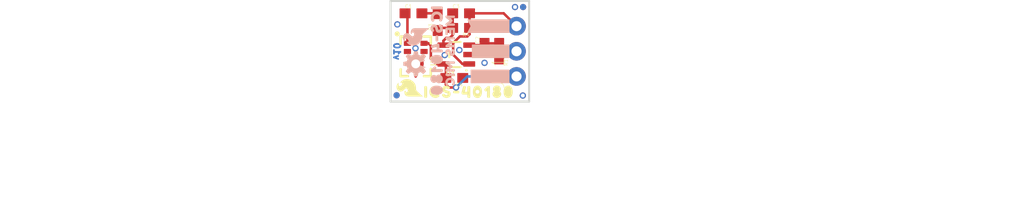
<source format=kicad_pcb>
(kicad_pcb (version 20211014) (generator pcbnew)
  (layers (0 "F.Cu" signal) (31 "B.Cu" signal) (34 "B.Paste" user) (35 "F.Paste" user) (36 "B.SilkS" user "B.Silkscreen") (37 "F.SilkS" user "F.Silkscreen") (38 "B.Mask" user) (39 "F.Mask" user) (44 "Edge.Cuts" user))
  (net 0 "")
  (net 1 "N$1")
  (net 2 "GND")
  (net 3 "VCC")
  (net 4 "N$2")
  (net 5 "N$6")
  (net 6 "N$7")
  (net 7 "AUD")
  (footprint "boardEagle:FIDUCIAL-MICRO" (layer "F.Cu") (at 142.1257 109.4486)
    (fp_text reference "FD3" hide)
    (fp_text value "FIDUCIALUFIDUCIAL" hide)
    (pad "1" smd roundrect (at 0 0) (size 0.635 0.635) (layers "F.Cu" "F.Mask") (roundrect_rratio 0.5))
  )
  (footprint "boardEagle:0603" (layer "F.Cu") (at 150.9903 103.3526 90)
    (fp_text reference "C2" (at -0.889 -0.6985 90) (layer "F.SilkS") (effects (font (size 0.367386 0.367386) (thickness 0.039014)) (justify left)))
    (fp_text value "1.0uF")
    (pad "1" smd roundrect (at -0.85 0 90) (size 1.1 1) (layers "F.Cu" "F.Paste" "F.Mask") (roundrect_rratio 0.0508) (net 6 "N$7"))
    (pad "2" smd roundrect (at 0.85 0 90) (size 1.1 1) (layers "F.Cu" "F.Paste" "F.Mask") (roundrect_rratio 0.0508) (net 2 "GND"))
  )
  (footprint "boardEagle:0603" (layer "F.Cu") (at 152.4635 106.6292 -90)
    (fp_text reference "R1" (at -0.889 -0.6985 90) (layer "F.SilkS") (effects (font (size 0.367386 0.367386) (thickness 0.039014)) (justify right)))
    (fp_text value "10k")
    (pad "1" smd roundrect (at -0.85 0 270) (size 1.1 1) (layers "F.Cu" "F.Paste" "F.Mask") (roundrect_rratio 0.0508) (net 6 "N$7"))
    (pad "2" smd roundrect (at 0.85 0 270) (size 1.1 1) (layers "F.Cu" "F.Paste" "F.Mask") (roundrect_rratio 0.0508) (net 3 "VCC"))
  )
  (footprint "boardEagle:1X03_NO_SILK" (layer "F.Cu") (at 154.2161 107.5436 90)
    (fp_text reference "JP1" (at -1.3462 -1.8288 90) (layer "F.SilkS") (effects (font (size 1.221232 1.221232) (thickness 0.048768)) (justify left)))
    (fp_text value "")
    (pad "1" thru_hole circle (at 0 0 180) (size 1.8796 1.8796) (drill 1.016) (layers *.Cu *.Mask) (net 3 "VCC"))
    (pad "2" thru_hole circle (at 2.54 0 180) (size 1.8796 1.8796) (drill 1.016) (layers *.Cu *.Mask) (net 2 "GND"))
    (pad "3" thru_hole circle (at 5.08 0 180) (size 1.8796 1.8796) (drill 1.016) (layers *.Cu *.Mask) (net 7 "AUD"))
  )
  (footprint "boardEagle:FIDUCIAL-MICRO" (layer "F.Cu") (at 154.8765 100.5332)
    (fp_text reference "FD1" hide)
    (fp_text value "FIDUCIALUFIDUCIAL" hide)
    (pad "1" smd roundrect (at 0 0) (size 0.635 0.635) (layers "F.Cu" "F.Mask") (roundrect_rratio 0.5))
  )
  (footprint "boardEagle:0603" (layer "F.Cu") (at 143.8275 101.1682)
    (fp_text reference "C1" (at -0.889 -0.6985) (layer "F.SilkS") (effects (font (size 0.367386 0.367386) (thickness 0.039014)) (justify left)))
    (fp_text value "4.7uF")
    (pad "1" smd roundrect (at -0.85 0) (size 1.1 1) (layers "F.Cu" "F.Paste" "F.Mask") (roundrect_rratio 0.0508) (net 1 "N$1"))
    (pad "2" smd roundrect (at 0.85 0) (size 1.1 1) (layers "F.Cu" "F.Paste" "F.Mask") (roundrect_rratio 0.0508) (net 5 "N$6"))
  )
  (footprint "boardEagle:ICS#401800" (layer "F.Cu") (at 149.4409 109.1184)
    (fp_text reference "U$6" hide)
    (fp_text value "" hide)
    (fp_poly (pts (xy -0.377356 -0.574427) (xy -0.324735 -0.521806) (xy -0.335074 -0.439095) (xy -0.433836 -0.03417) (xy -0.369643 -0.025) (xy -0.203603 -0.025) (xy -0.185 -0.08081) (xy -0.185 -0.511026) (xy -0.153619 -0.584249) (xy -0.070616 -0.605) (xy 0.021328 -0.605) (xy 0.094333 -0.563283) (xy 0.115 -0.480616) (xy 0.115 0.450277) (xy 0.104747 0.542553) (xy 0.04181 0.595) (xy -0.050616 0.595) (xy -0.133088 0.574382) (xy -0.174835 0.511761) (xy -0.185 0.420277) (xy -0.185 0.255) (xy -0.590249 0.255) (xy -0.691737 0.244851) (xy -0.754678 0.202891) (xy -0.765 0.120311) (xy -0.765 0.029348) (xy -0.634846 -0.461233) (xy -0.614573 -0.542322) (xy -0.562342 -0.605) (xy -0.479266 -0.605)) (layer "F.SilkS") (width 0) (fill solid))
    (fp_poly (pts (xy -1.026414 -0.114325) (xy -0.995 -0.041026) (xy -0.995 0.051026) (xy -1.026552 0.124648) (xy -1.119723 0.135) (xy -1.450249 0.135) (xy -1.551737 0.124851) (xy -1.614678 0.082891) (xy -1.625077 -0.000307) (xy -1.604382 -0.083088) (xy -1.541761 -0.124835) (xy -1.450277 -0.135) (xy -1.119451 -0.135)) (layer "F.SilkS") (width 0) (fill solid))
    (fp_poly (pts (xy 4.061581 -0.634855) (xy 4.1327 -0.594216) (xy 4.203243 -0.543828) (xy 4.263828 -0.483243) (xy 4.314451 -0.412371) (xy 4.344782 -0.331489) (xy 4.363678 -0.255902) (xy 4.385 -0.170616) (xy 4.385 -0.080273) (xy 4.395031 0.01) (xy 4.384969 0.100552) (xy 4.374901 0.191172) (xy 4.344682 0.271756) (xy 4.314589 0.352001) (xy 4.284213 0.412755) (xy 4.233573 0.473523) (xy 4.162893 0.534105) (xy 4.091882 0.574683) (xy 4.010616 0.595) (xy 3.919723 0.595) (xy 3.829114 0.584932) (xy 3.747866 0.56462) (xy 3.677094 0.514069) (xy 3.606202 0.463432) (xy 3.565659 0.392481) (xy 3.525317 0.321882) (xy 3.505149 0.241213) (xy 3.485068 0.160886) (xy 3.475 0.070277) (xy 3.475 -0.110277) (xy 3.485068 -0.200886) (xy 3.505218 -0.281489) (xy 3.535318 -0.361756) (xy 3.565616 -0.44255) (xy 3.615914 -0.502907) (xy 3.646385 -0.553693) (xy 3.717868 -0.594541) (xy 3.798511 -0.624782) (xy 3.879384 -0.645) (xy 3.970277 -0.645)) (layer "F.SilkS") (width 0) (fill solid))
    (fp_poly (pts (xy 0.961581 -0.634855) (xy 1.0327 -0.594216) (xy 1.103243 -0.543828) (xy 1.163828 -0.483243) (xy 1.214451 -0.412371) (xy 1.244782 -0.331489) (xy 1.263678 -0.255902) (xy 1.284932 -0.170886) (xy 1.295 -0.080277) (xy 1.295 0.010277) (xy 1.284969 0.100552) (xy 1.274901 0.191172) (xy 1.244782 0.27149) (xy 1.224641 0.352053) (xy 1.184012 0.412996) (xy 1.133696 0.473375) (xy 1.072962 0.534109) (xy 0.991745 0.574718) (xy 0.910616 0.595) (xy 0.819723 0.595) (xy 0.729114 0.584932) (xy 0.647866 0.56462) (xy 0.576942 0.51396) (xy 0.516305 0.463429) (xy 0.465784 0.3927) (xy 0.425317 0.321882) (xy 0.405149 0.241213) (xy 0.385068 0.160886) (xy 0.375 0.070277) (xy 0.375 -0.110277) (xy 0.385068 -0.200886) (xy 0.405218 -0.281489) (xy 0.435411 -0.362001) (xy 0.475667 -0.442514) (xy 0.515782 -0.502687) (xy 0.546385 -0.553693) (xy 0.617868 -0.594541) (xy 0.698511 -0.624782) (xy 0.779384 -0.645) (xy 0.870277 -0.645)) (layer "F.SilkS") (width 0) (fill solid))
    (fp_poly (pts (xy 2.084651 -0.563101) (xy 2.095 -0.480311) (xy 2.095 0.532071) (xy 2.042273 0.584798) (xy 1.939699 0.595055) (xy 1.847196 0.574499) (xy 1.805191 0.521992) (xy 1.795 0.430277) (xy 1.795 -0.06882) (xy 1.777987 -0.102846) (xy 1.701045 -0.054757) (xy 1.637804 -0.065297) (xy 1.566088 -0.126767) (xy 1.524808 -0.199009) (xy 1.535286 -0.272357) (xy 1.606515 -0.343586) (xy 1.78668 -0.513742) (xy 1.847245 -0.564213) (xy 1.92882 -0.605) (xy 2.011328 -0.605)) (layer "F.SilkS") (width 0) (fill solid))
    (fp_poly (pts (xy -2.158601 -0.614804) (xy -2.067784 -0.584532) (xy -2.006653 -0.543778) (xy -1.945 -0.47185) (xy -1.945 -0.408566) (xy -1.996286 -0.326508) (xy -2.068724 -0.274767) (xy -2.141754 -0.2852) (xy -2.222321 -0.335555) (xy -2.29076 -0.364885) (xy -2.377447 -0.355253) (xy -2.424533 -0.29875) (xy -2.405666 -0.223282) (xy -2.338149 -0.184701) (xy -2.168544 -0.144794) (xy -2.088244 -0.114682) (xy -2.00745 -0.084384) (xy -1.946305 -0.033429) (xy -1.89538 0.037866) (xy -1.875068 0.119114) (xy -1.864969 0.21) (xy -1.875112 0.301289) (xy -1.905462 0.372105) (xy -1.945996 0.453172) (xy -2.007245 0.504213) (xy -2.087895 0.544538) (xy -2.15846 0.57478) (xy -2.249451 0.595) (xy -2.330311 0.595) (xy -2.410854 0.584932) (xy -2.501824 0.564717) (xy -2.572893 0.524105) (xy -2.6434 0.463671) (xy -2.694109 0.412962) (xy -2.735199 0.330782) (xy -2.724698 0.267777) (xy -2.652792 0.185598) (xy -2.579664 0.164704) (xy -2.507327 0.195706) (xy -2.437032 0.255958) (xy -2.358285 0.305176) (xy -2.280604 0.314886) (xy -2.203265 0.285884) (xy -2.165387 0.229067) (xy -2.184334 0.153282) (xy -2.251582 0.114855) (xy -2.341172 0.104901) (xy -2.421756 0.074682) (xy -2.501864 0.044641) (xy -2.572673 0.014294) (xy -2.643912 -0.046767) (xy -2.684541 -0.117868) (xy -2.714888 -0.198796) (xy -2.725035 -0.279966) (xy -2.714888 -0.371289) (xy -2.684383 -0.442466) (xy -2.633828 -0.513243) (xy -2.572855 -0.574216) (xy -2.501864 -0.604641) (xy -2.420907 -0.635) (xy -2.239384 -0.635)) (layer "F.SilkS") (width 0) (fill solid))
    (fp_poly (pts (xy -3.299146 -0.624932) (xy -3.208573 -0.604805) (xy -3.127629 -0.574451) (xy -3.056942 -0.52396) (xy -2.995283 -0.472578) (xy -2.984818 -0.388857) (xy -3.036165 -0.306701) (xy -3.10815 -0.245) (xy -3.171434 -0.245) (xy -3.252321 -0.295555) (xy -3.321291 -0.325113) (xy -3.409965 -0.334966) (xy -3.488529 -0.325145) (xy -3.567411 -0.285704) (xy -3.636571 -0.236305) (xy -3.685615 -0.177452) (xy -3.7151 -0.098825) (xy -3.724966 -0.010035) (xy -3.715113 0.068792) (xy -3.685628 0.147419) (xy -3.626768 0.216088) (xy -3.557871 0.255458) (xy -3.478792 0.285112) (xy -3.4 0.294962) (xy -3.321208 0.285112) (xy -3.241996 0.255408) (xy -3.16118 0.215) (xy -3.0977 0.215) (xy -3.035803 0.287213) (xy -2.994701 0.369418) (xy -3.015596 0.452999) (xy -3.087159 0.504116) (xy -3.147784 0.544532) (xy -3.238601 0.574804) (xy -3.319384 0.595) (xy -3.490616 0.595) (xy -3.571489 0.574782) (xy -3.652132 0.544541) (xy -3.7227 0.504216) (xy -3.793243 0.453828) (xy -3.853536 0.393536) (xy -3.914009 0.333062) (xy -3.954541 0.262132) (xy -3.984782 0.181489) (xy -4.004932 0.100886) (xy -4.015 0.010277) (xy -4.015 -0.080311) (xy -4.004924 -0.16092) (xy -3.984718 -0.241745) (xy -3.94441 -0.32236) (xy -3.904009 -0.393062) (xy -3.843375 -0.453696) (xy -3.783058 -0.50396) (xy -3.712294 -0.554506) (xy -3.621692 -0.584706) (xy -3.541204 -0.614888) (xy -3.46062 -0.624961) (xy -3.38 -0.635039)) (layer "F.SilkS") (width 0) (fill solid))
    (fp_poly (pts (xy 2.952001 -0.624589) (xy 3.032755 -0.584213) (xy 3.093695 -0.533429) (xy 3.144216 -0.4627) (xy 3.184855 -0.391581) (xy 3.195035 -0.299966) (xy 3.18487 -0.218646) (xy 3.144286 -0.127334) (xy 3.096764 -0.070307) (xy 3.143938 -0.023133) (xy 3.194506 0.057775) (xy 3.224824 0.138623) (xy 3.235062 0.189815) (xy 3.224888 0.271204) (xy 3.194541 0.352132) (xy 3.154009 0.423062) (xy 3.093243 0.483828) (xy 3.022587 0.534297) (xy 2.941745 0.574718) (xy 2.860616 0.595) (xy 2.769689 0.595) (xy 2.68908 0.584924) (xy 2.607866 0.56462) (xy 2.537094 0.514069) (xy 2.466571 0.463695) (xy 2.415787 0.402755) (xy 2.375282 0.321745) (xy 2.355 0.240616) (xy 2.355 0.149093) (xy 2.385494 0.067775) (xy 2.436062 -0.013133) (xy 2.488064 -0.065135) (xy 2.486434 -0.066454) (xy 2.445765 -0.11729) (xy 2.405129 -0.198562) (xy 2.394965 -0.290034) (xy 2.405112 -0.371204) (xy 2.435459 -0.452132) (xy 2.476202 -0.523432) (xy 2.547094 -0.574069) (xy 2.617866 -0.62462) (xy 2.699114 -0.644932) (xy 2.789723 -0.655) (xy 2.870907 -0.655)) (layer "F.SilkS") (width 0) (fill solid))
    (fp_poly (pts (xy -4.287196 -0.584499) (xy -4.245191 -0.531992) (xy -4.235 -0.440277) (xy -4.235 0.50118) (xy -4.266347 0.563874) (xy -4.338974 0.595) (xy -4.451514 0.595) (xy -4.514303 0.553141) (xy -4.535 0.4807) (xy -4.535 -0.460311) (xy -4.524786 -0.542021) (xy -4.48259 -0.594766) (xy -4.379699 -0.605055)) (layer "F.SilkS") (width 0) (fill solid))
  )
  (footprint "boardEagle:SOT23-5" (layer "F.Cu") (at 148.1455 105.3338 90)
    (fp_text reference "U1" (at -1.905 0) (layer "F.SilkS") (effects (font (size 0.512064 0.512064) (thickness 0.097536)) (justify right)))
    (fp_text value "OPA344")
    (fp_line (start 1.27 -0.4294) (end 1.27 0.4294) (layer "F.SilkS") (width 0.2032))
    (fp_line (start -1.27 0.4294) (end -1.27 -0.4294) (layer "F.SilkS") (width 0.2032))
    (fp_line (start -0.2684 -0.7088) (end 0.2684 -0.7088) (layer "F.SilkS") (width 0.2032))
    (fp_circle (center -1.6002 1.016) (end -1.5367 1.016) (layer "F.SilkS") (width 0.127) (fill solid))
    (pad "1" smd roundrect (at -0.95 1.3001 90) (size 0.55 1.2) (layers "F.Cu" "F.Paste" "F.Mask") (roundrect_rratio 0.09236363636) (net 7 "AUD"))
    (pad "2" smd roundrect (at 0 1.3001 90) (size 0.55 1.2) (layers "F.Cu" "F.Paste" "F.Mask") (roundrect_rratio 0.09236363636) (net 2 "GND"))
    (pad "3" smd roundrect (at 0.95 1.3001 90) (size 0.55 1.2) (layers "F.Cu" "F.Paste" "F.Mask") (roundrect_rratio 0.09236363636) (net 6 "N$7"))
    (pad "4" smd roundrect (at 0.95 -1.3001 90) (size 0.55 1.2) (layers "F.Cu" "F.Paste" "F.Mask") (roundrect_rratio 0.09236363636) (net 4 "N$2"))
    (pad "5" smd roundrect (at -0.95 -1.3001 90) (size 0.55 1.2) (layers "F.Cu" "F.Paste" "F.Mask") (roundrect_rratio 0.09236363636) (net 3 "VCC"))
  )
  (footprint "boardEagle:ICS40180" (layer "F.Cu") (at 144.0561 106.2736 -90)
    (fp_text reference "U2" (at -0.86 -1.783 90) (layer "F.SilkS") (effects (font (size 0.512064 0.512064) (thickness 0.097536)) (justify right)))
    (fp_text value "ICS40180")
    (fp_poly (pts (xy 0.005 0.81556) (xy -0.180344 0.795841) (xy -0.351927 0.736996) (xy -0.506114 0.641444) (xy -0.635171 0.513979) (xy -0.732631 0.360991) (xy -0.793603 0.190152) (xy -0.814965 0.010589) (xy -0.810006 0.009999) (xy -0.814881 0.008917) (xy -0.736156 -0.346022) (xy -0.639263 -0.502348) (xy -0.510214 -0.63299) (xy -0.355331 -0.73164) (xy -0.182379 -0.793353) (xy 0.000269 -0.815067) (xy 0.353387 -0.734471) (xy 0.508164 -0.637218) (xy 0.637218 -0.508164) (xy 0.734318 -0.353629) (xy 0.794597 -0.181362) (xy 0.815 -0.000281) (xy 0.815 0.010563) (xy 0.735461 0.359048) (xy 0.639398 0.511929) (xy 0.511928 0.6394) (xy 0.359289 0.735308) (xy 0.189135 0.794848) (xy 0.010558 0.814969) (xy 0.009998 0.81) (xy 0.005 0.81)) (layer "F.Cu") (width 0) (fill solid))
    (fp_line (start 1.24 -1.52) (end 0.51 -1.52) (layer "F.SilkS") (width 0.254))
    (fp_line (start 1.24 1.52) (end 1.24 0.79) (layer "F.SilkS") (width 0.254))
    (fp_line (start 1.24 -0.83) (end 1.24 -1.52) (layer "F.SilkS") (width 0.254))
    (fp_line (start -2.76 0.83) (end -2.76 1.52) (layer "F.SilkS") (width 0.254))
    (fp_line (start -2.76 1.52) (end -2.03 1.52) (layer "F.SilkS") (width 0.254))
    (fp_line (start -2.07 -1.52) (end -2.76 -1.52) (layer "F.SilkS") (width 0.254))
    (fp_line (start 0.55 1.52) (end 1.24 1.52) (layer "F.SilkS") (width 0.254))
    (fp_line (start -2.76 -1.52) (end -2.76 -0.79) (layer "F.SilkS") (width 0.254))
    (fp_circle (center -3.029 1.873) (end -2.902 1.873) (layer "F.SilkS") (width 0.254) (fill none))
    (pad "" np_thru_hole circle (at 0 0 270) (size 0.9 0.9) (drill 0.9) (layers *.Cu *.Mask))
    (pad "1" smd roundrect (at -2.074 0.838 270) (size 0.522 0.725) (layers "F.Cu" "F.Mask") (roundrect_rratio 0.09731800766) (net 1 "N$1"))
    (pad "2" smd roundrect (at -1.252 0.838 270) (size 0.522 0.725) (layers "F.Cu" "F.Mask") (roundrect_rratio 0.09731800766) (net 2 "GND"))
    (pad "3" smd roundrect (at 0.6604 0.0104 270) (size 0.25 0.25) (layers "F.Cu" "F.Mask") (roundrect_rratio 0.2032) (net 2 "GND"))
    (pad "4" smd roundrect (at -1.252 -0.838 270) (size 0.522 0.725) (layers "F.Cu" "F.Mask") (roundrect_rratio 0.09731800766) (net 2 "GND"))
    (pad "5" smd roundrect (at -2.074 -0.838 270) (size 0.522 0.725) (layers "F.Cu" "F.Mask") (roundrect_rratio 0.09731800766) (net 3 "VCC"))
  )
  (footprint "boardEagle:0603" (layer "F.Cu") (at 152.4635 103.3526 -90)
    (fp_text reference "R2" (at -0.889 -0.6985 90) (layer "F.SilkS") (effects (font (size 0.367386 0.367386) (thickness 0.039014)) (justify right)))
    (fp_text value "10k")
    (pad "1" smd roundrect (at -0.85 0 270) (size 1.1 1) (layers "F.Cu" "F.Paste" "F.Mask") (roundrect_rratio 0.0508) (net 2 "GND"))
    (pad "2" smd roundrect (at 0.85 0 270) (size 1.1 1) (layers "F.Cu" "F.Paste" "F.Mask") (roundrect_rratio 0.0508) (net 6 "N$7"))
  )
  (footprint "boardEagle:0603" (layer "F.Cu") (at 147.9423 107.696 180)
    (fp_text reference "C4" (at -0.889 -0.6985) (layer "F.SilkS") (effects (font (size 0.367386 0.367386) (thickness 0.039014)) (justify right)))
    (fp_text value "0.1uF")
    (pad "1" smd roundrect (at -0.85 0 180) (size 1.1 1) (layers "F.Cu" "F.Paste" "F.Mask") (roundrect_rratio 0.0508) (net 2 "GND"))
    (pad "2" smd roundrect (at 0.85 0 180) (size 1.1 1) (layers "F.Cu" "F.Paste" "F.Mask") (roundrect_rratio 0.0508) (net 3 "VCC"))
  )
  (footprint "boardEagle:0603" (layer "F.Cu") (at 146.2659 102.0572 90)
    (fp_text reference "R3" (at -0.889 -0.6985 90) (layer "F.SilkS") (effects (font (size 0.367386 0.367386) (thickness 0.039014)) (justify left)))
    (fp_text value "4.7k")
    (pad "1" smd roundrect (at -0.85 0 90) (size 1.1 1) (layers "F.Cu" "F.Paste" "F.Mask") (roundrect_rratio 0.0508) (net 4 "N$2"))
    (pad "2" smd roundrect (at 0.85 0 90) (size 1.1 1) (layers "F.Cu" "F.Paste" "F.Mask") (roundrect_rratio 0.0508) (net 5 "N$6"))
  )
  (footprint "boardEagle:SFE_LOGO_FLAME_.1" (layer "F.Cu") (at 143.3957 108.712 90)
    (fp_text reference "LOGO3" hide)
    (fp_text value "SFE_LOGO_FLAME.1_INCH" hide)
    (fp_poly (pts (xy 0.269844 -1.255175) (xy 0.417112 -1.181541) (xy 0.462026 -1.147855) (xy 0.538982 -1.0709) (xy 0.428006 -1.0709) (xy 0.408005 -1.0809) (xy 0.361689 -1.0809) (xy 0.325361 -1.071818) (xy 0.279477 -1.062641) (xy 0.24711 -1.046458) (xy 0.215081 -1.022435) (xy 0.200019 -0.999843) (xy 0.192288 -0.984381) (xy 0.1851 -0.962817) (xy 0.1851 -0.913689) (xy 0.192361 -0.884643) (xy 0.226607 -0.833275) (xy 0.282028 -0.777854) (xy 0.319016 -0.750113) (xy 0.346157 -0.732019) (xy 0.380301 -0.714947) (xy 0.451689 -0.6971) (xy 0.470817 -0.6971) (xy 0.486419 -0.702301) (xy 0.505687 -0.721569) (xy 0.511712 -0.733619) (xy 0.5189 -0.755183) (xy 0.5189 -0.907742) (xy 0.661838 -0.818406) (xy 0.747505 -0.722031) (xy 0.821662 -0.605498) (xy 0.873968 -0.448579) (xy 0.905309 -0.281428) (xy 0.894811 -0.102974) (xy 0.842628 0.095322) (xy 0.738878 0.282072) (xy 0.665618 0.376263) (xy 0.583044 0.458838) (xy 0.499524 0.531917) (xy 0.393984 0.595241) (xy 0.289127 0.637184) (xy 0.175165 0.668265) (xy 0.050153 0.6891) (xy -0.139844 0.6891) (xy -0.189603 0.697393) (xy -0.279373 0.751255) (xy -0.375026 0.846908) (xy -0.495025 0.986906) (xy -0.614841 1.106723) (xy -0.664837 1.166719) (xy -0.712745 1.214627) (xy -0.742743 1.264624) (xy -0.8611 1.382982) (xy -0.8611 -0.081372) (xy -0.850441 -0.166641) (xy -0.828254 -0.244296) (xy -0.762148 -0.354474) (xy -0.706336 -0.399123) (xy -0.661829 -0.432503) (xy -0.603902 -0.455674) (xy -0.54987 -0.466481) (xy -0.486153 -0.4771) (xy -0.354006 -0.4771) (xy -0.258681 -0.429438) (xy -0.310431 -0.377687) (xy -0.358383 -0.353711) (xy -0.382419 -0.345699) (xy -0.4297 -0.298418) (xy -0.4349 -0.282817) (xy -0.4349 -0.255183) (xy -0.428468 -0.235888) (xy -0.413393 -0.213275) (xy -0.361588 -0.16147) (xy -0.322097 -0.145674) (xy -0.279228 -0.1371) (xy -0.207689 -0.1371) (xy -0.138643 -0.154361) (xy -0.089056 -0.18742) (xy -0.056996 -0.227495) (xy -0.0411 -0.275183) (xy -0.0411 -0.332091) (xy -0.065776 -0.397894) (xy -0.130732 -0.462851) (xy -0.211575 -0.553799) (xy -0.284339 -0.636958) (xy -0.338992 -0.735334) (xy -0.3611 -0.834818) (xy -0.3611 -0.925183) (xy -0.327711 -1.025349) (xy -0.271726 -1.114925) (xy -0.173954 -1.19097) (xy -0.055855 -1.255387) (xy 0.063565 -1.2771) (xy 0.171182 -1.2771)) (layer "F.SilkS") (width 0) (fill solid))
  )
  (footprint "boardEagle:CREATIVE_COMMONS" (layer "F.Cu") (at 122.4661 121.5136)
    (fp_text reference "FRAME2" hide)
    (fp_text value "FRAME-LETTER" hide)
  )
  (footprint "boardEagle:0603" (layer "F.Cu") (at 148.6281 102.6414 180)
    (fp_text reference "R4" (at -0.889 -0.6985) (layer "F.SilkS") (effects (font (size 0.367386 0.367386) (thickness 0.039014)) (justify right)))
    (fp_text value "300k")
    (pad "1" smd roundrect (at -0.85 0 180) (size 1.1 1) (layers "F.Cu" "F.Paste" "F.Mask") (roundrect_rratio 0.0508) (net 7 "AUD"))
    (pad "2" smd roundrect (at 0.85 0 180) (size 1.1 1) (layers "F.Cu" "F.Paste" "F.Mask") (roundrect_rratio 0.0508) (net 4 "N$2"))
  )
  (footprint "boardEagle:0603" (layer "F.Cu") (at 148.6281 101.1682)
    (fp_text reference "C3" (at -0.889 -0.6985) (layer "F.SilkS") (effects (font (size 0.367386 0.367386) (thickness 0.039014)) (justify left)))
    (fp_text value "27pF")
    (pad "1" smd roundrect (at -0.85 0) (size 1.1 1) (layers "F.Cu" "F.Paste" "F.Mask") (roundrect_rratio 0.0508) (net 4 "N$2"))
    (pad "2" smd roundrect (at 0.85 0) (size 1.1 1) (layers "F.Cu" "F.Paste" "F.Mask") (roundrect_rratio 0.0508) (net 7 "AUD"))
  )
  (footprint "boardEagle:FIDUCIAL-MICRO" (layer "B.Cu") (at 154.8765 100.5332 180)
    (fp_text reference "FD2" hide)
    (fp_text value "FIDUCIALUFIDUCIAL" hide)
    (pad "1" smd roundrect (at 0 0 180) (size 0.635 0.635) (layers "B.Cu" "B.Mask") (roundrect_rratio 0.5))
  )
  (footprint "boardEagle:MEMS_MIC0" (layer "B.Cu") (at 147.5359 105.0036 -90)
    (fp_text reference "U$2" hide)
    (fp_text value "" hide)
    (fp_poly (pts (xy -0.458092 0.474819) (xy -0.415397 0.442798) (xy -0.405 0.380414) (xy -0.405 -0.3707) (xy -0.425654 -0.442991) (xy -0.468333 -0.475) (xy -0.550811 -0.475) (xy -0.613781 -0.45401) (xy -0.634865 -0.4013) (xy -0.645 -0.330355) (xy -0.645 0.064057) (xy -0.795946 -0.152929) (xy -0.826514 -0.193685) (xy -0.888816 -0.23522) (xy -0.962058 -0.224757) (xy -1.013619 -0.183508) (xy -1.193292 0.056056) (xy -1.205 0.06191) (xy -1.205 -0.410963) (xy -1.226431 -0.464541) (xy -1.299645 -0.475) (xy -1.382403 -0.475) (xy -1.424718 -0.422107) (xy -1.435 -0.360414) (xy -1.435 0.390811) (xy -1.414159 0.453336) (xy -1.361385 0.485) (xy -1.27882 0.485) (xy -1.216782 0.453981) (xy -1.176047 0.403062) (xy -0.938162 0.085883) (xy -0.883063 0.104249) (xy -0.734 0.303) (xy -0.613063 0.46425) (xy -0.550539 0.485091)) (layer "B.SilkS") (width 0) (fill solid))
    (fp_poly (pts (xy -1.645735 0.453272) (xy -1.624922 0.380427) (xy -1.635269 0.287298) (xy -1.678025 0.255231) (xy -1.749645 0.245) (xy -2.089586 0.245) (xy -2.145 0.235764) (xy -2.145 0.170496) (xy -2.135901 0.125) (xy -1.859037 0.125) (xy -1.806579 0.104017) (xy -1.775 0.051385) (xy -1.775 -0.041385) (xy -1.806579 -0.094017) (xy -1.858741 -0.114882) (xy -1.939689 -0.125) (xy -2.135764 -0.125) (xy -2.145 -0.180414) (xy -2.145 -0.235) (xy -1.739645 -0.235) (xy -1.666937 -0.245387) (xy -1.63517 -0.298333) (xy -1.624912 -0.380392) (xy -1.645866 -0.453732) (xy -1.699037 -0.475) (xy -2.332071 -0.475) (xy -2.374669 -0.432403) (xy -2.385 -0.370414) (xy -2.385 0.3807) (xy -2.364265 0.453272) (xy -2.311385 0.485) (xy -1.698615 0.485)) (layer "B.SilkS") (width 0) (fill solid))
    (fp_poly (pts (xy 0.180721 0.504949) (xy 0.241101 0.494885) (xy 0.312339 0.474532) (xy 0.36334 0.433731) (xy 0.415 0.382071) (xy 0.415 0.328398) (xy 0.363464 0.256248) (xy 0.311385 0.225) (xy 0.24819 0.225) (xy 0.187523 0.275556) (xy 0.12954 0.294883) (xy 0.062666 0.28533) (xy 0.025603 0.239001) (xy 0.044276 0.182981) (xy 0.0922 0.144642) (xy 0.231318 0.114831) (xy 0.291918 0.094631) (xy 0.35271 0.064235) (xy 0.403557 0.023557) (xy 0.444461 -0.027573) (xy 0.4649 -0.088889) (xy 0.475044 -0.170044) (xy 0.464886 -0.241153) (xy 0.444532 -0.302216) (xy 0.40373 -0.363419) (xy 0.352861 -0.404114) (xy 0.302281 -0.434462) (xy 0.231416 -0.464833) (xy 0.170414 -0.475) (xy 0.029189 -0.475) (xy -0.032216 -0.454532) (xy -0.153185 -0.373886) (xy -0.194216 -0.332855) (xy -0.225207 -0.260542) (xy -0.214654 -0.207774) (xy -0.162653 -0.145373) (xy -0.099442 -0.134838) (xy -0.047408 -0.155652) (xy 0.012995 -0.205987) (xy 0.07183 -0.24521) (xy 0.139319 -0.254852) (xy 0.206546 -0.22604) (xy 0.23453 -0.1794) (xy 0.215912 -0.123546) (xy 0.158437 -0.094808) (xy 0.098899 -0.084885) (xy 0.028322 -0.064721) (xy -0.042105 -0.034538) (xy -0.102962 -0.004109) (xy -0.143731 0.03666) (xy -0.184532 0.087661) (xy -0.204901 0.158955) (xy -0.215059 0.230059) (xy -0.204867 0.291209) (xy -0.184532 0.352216) (xy -0.14373 0.413419) (xy -0.09271 0.454235) (xy -0.031918 0.484631) (xy 0.028847 0.504886) (xy 0.099956 0.515044)) (layer "B.SilkS") (width 0) (fill solid))
    (fp_poly (pts (xy 2.001908 0.474819) (xy 2.044603 0.442798) (xy 2.055 0.380414) (xy 2.055 -0.3707) (xy 2.034346 -0.442991) (xy 1.991667 -0.475) (xy 1.909189 -0.475) (xy 1.846664 -0.454159) (xy 1.815 -0.401385) (xy 1.815 0.064057) (xy 1.66385 -0.153221) (xy 1.62334 -0.193731) (xy 1.571434 -0.235256) (xy 1.497942 -0.224757) (xy 1.446381 -0.183508) (xy 1.266708 0.056056) (xy 1.255 0.06191) (xy 1.255 -0.411385) (xy 1.2231 -0.464552) (xy 1.160414 -0.475) (xy 1.077929 -0.475) (xy 1.025 -0.422071) (xy 1.025 0.390811) (xy 1.045841 0.453336) (xy 1.098615 0.485) (xy 1.18118 0.485) (xy 1.243218 0.453981) (xy 1.283953 0.403062) (xy 1.521701 0.086065) (xy 1.566841 0.104121) (xy 1.716058 0.303078) (xy 1.847038 0.464283) (xy 1.909461 0.485091)) (layer "B.SilkS") (width 0) (fill solid))
    (fp_poly (pts (xy 2.452991 0.464346) (xy 2.484769 0.421975) (xy 2.495 0.350355) (xy 2.495 -0.320311) (xy 2.484882 -0.401259) (xy 2.463847 -0.453847) (xy 2.410963 -0.475) (xy 2.318615 -0.475) (xy 2.265448 -0.4431) (xy 2.255 -0.380414) (xy 2.255 0.432071) (xy 2.297678 0.474749) (xy 2.380392 0.485088)) (layer "B.SilkS") (width 0) (fill solid))
    (fp_poly (pts (xy 3.240707 0.49495) (xy 3.31151 0.484835) (xy 3.432962 0.424109) (xy 3.485 0.372071) (xy 3.485 0.308486) (xy 3.443886 0.246815) (xy 3.392071 0.195) (xy 3.348672 0.195) (xy 3.277947 0.235414) (xy 3.21885 0.255113) (xy 3.150058 0.264941) (xy 3.091563 0.255192) (xy 2.973424 0.196122) (xy 2.934531 0.137782) (xy 2.914887 0.07885) (xy 2.905051 0.01) (xy 2.914887 -0.05885) (xy 2.934461 -0.117573) (xy 2.973418 -0.166269) (xy 3.032516 -0.205668) (xy 3.09118 -0.235) (xy 3.218973 -0.235) (xy 3.28761 -0.205584) (xy 3.34895 -0.164691) (xy 3.402465 -0.175394) (xy 3.454216 -0.227145) (xy 3.485345 -0.299778) (xy 3.464276 -0.362982) (xy 3.412861 -0.404114) (xy 3.362007 -0.434627) (xy 3.291374 -0.454808) (xy 3.2207 -0.475) (xy 3.0893 -0.475) (xy 3.018522 -0.454778) (xy 2.958082 -0.434631) (xy 2.89729 -0.404235) (xy 2.84666 -0.363731) (xy 2.796464 -0.313536) (xy 2.746029 -0.2631) (xy 2.715538 -0.212281) (xy 2.685167 -0.141416) (xy 2.675058 -0.080765) (xy 2.665 -0.010355) (xy 2.665 0.060355) (xy 2.675114 0.131153) (xy 2.695369 0.191918) (xy 2.755891 0.312962) (xy 2.80666 0.363731) (xy 2.857046 0.40404) (xy 2.917486 0.444333) (xy 2.978082 0.474631) (xy 3.038847 0.494886) (xy 3.109645 0.505) (xy 3.170355 0.505)) (layer "B.SilkS") (width 0) (fill solid))
    (fp_poly (pts (xy -2.638333 0.47483) (xy -2.585448 0.4431) (xy -2.575 0.380414) (xy -2.575 -0.3707) (xy -2.595735 -0.443272) (xy -2.648615 -0.475) (xy -2.720811 -0.475) (xy -2.783336 -0.454159) (xy -2.815 -0.401385) (xy -2.815 0.064823) (xy -2.97599 -0.152986) (xy -3.006514 -0.193685) (xy -3.068872 -0.235257) (xy -3.131881 -0.224756) (xy -3.193545 -0.183646) (xy -3.363356 0.056088) (xy -3.375 0.06191) (xy -3.375 -0.411385) (xy -3.406937 -0.464613) (xy -3.479645 -0.475) (xy -3.562403 -0.475) (xy -3.605 -0.421754) (xy -3.605 0.390414) (xy -3.594552 0.4531) (xy -3.541385 0.485) (xy -3.45882 0.485) (xy -3.397038 0.454109) (xy -3.346213 0.403284) (xy -3.108299 0.086065) (xy -3.063159 0.104121) (xy -2.913942 0.303078) (xy -2.782962 0.464283) (xy -2.720505 0.485102)) (layer "B.SilkS") (width 0) (fill solid))
  )
  (footprint "boardEagle:ICS#401800" (layer "B.Cu") (at 146.1897 105.0036 -90)
    (fp_text reference "U$1" hide)
    (fp_text value "" hide)
    (fp_poly (pts (xy -4.287196 0.584499) (xy -4.245191 0.531992) (xy -4.235 0.440277) (xy -4.235 -0.50118) (xy -4.266347 -0.563874) (xy -4.338974 -0.595) (xy -4.451514 -0.595) (xy -4.514303 -0.553141) (xy -4.535 -0.4807) (xy -4.535 0.460311) (xy -4.524786 0.542021) (xy -4.48259 0.594766) (xy -4.379699 0.605055)) (layer "B.SilkS") (width 0) (fill solid))
    (fp_poly (pts (xy -1.026414 0.114325) (xy -0.995 0.041026) (xy -0.995 -0.051026) (xy -1.026552 -0.124648) (xy -1.119723 -0.135) (xy -1.450249 -0.135) (xy -1.551737 -0.124851) (xy -1.614678 -0.082891) (xy -1.625077 0.000307) (xy -1.604382 0.083088) (xy -1.541761 0.124835) (xy -1.450277 0.135) (xy -1.119451 0.135)) (layer "B.SilkS") (width 0) (fill solid))
    (fp_poly (pts (xy 4.061581 0.634855) (xy 4.1327 0.594216) (xy 4.203243 0.543828) (xy 4.263828 0.483243) (xy 4.314451 0.412371) (xy 4.344782 0.331489) (xy 4.363678 0.255902) (xy 4.385 0.170616) (xy 4.385 0.080273) (xy 4.395031 -0.01) (xy 4.384969 -0.100552) (xy 4.374901 -0.191172) (xy 4.344682 -0.271756) (xy 4.314589 -0.352001) (xy 4.284213 -0.412755) (xy 4.233573 -0.473523) (xy 4.162893 -0.534105) (xy 4.091882 -0.574683) (xy 4.010616 -0.595) (xy 3.919723 -0.595) (xy 3.829114 -0.584932) (xy 3.747866 -0.56462) (xy 3.677094 -0.514069) (xy 3.606202 -0.463432) (xy 3.565659 -0.392481) (xy 3.525317 -0.321882) (xy 3.505149 -0.241213) (xy 3.485068 -0.160886) (xy 3.475 -0.070277) (xy 3.475 0.110277) (xy 3.485068 0.200886) (xy 3.505218 0.281489) (xy 3.535318 0.361756) (xy 3.565616 0.44255) (xy 3.615914 0.502907) (xy 3.646385 0.553693) (xy 3.717868 0.594541) (xy 3.798511 0.624782) (xy 3.879384 0.645) (xy 3.970277 0.645)) (layer "B.SilkS") (width 0) (fill solid))
    (fp_poly (pts (xy 0.961581 0.634855) (xy 1.0327 0.594216) (xy 1.103243 0.543828) (xy 1.163828 0.483243) (xy 1.214451 0.412371) (xy 1.244782 0.331489) (xy 1.263678 0.255902) (xy 1.284932 0.170886) (xy 1.295 0.080277) (xy 1.295 -0.010277) (xy 1.284969 -0.100552) (xy 1.274901 -0.191172) (xy 1.244782 -0.27149) (xy 1.224641 -0.352053) (xy 1.184012 -0.412996) (xy 1.133696 -0.473375) (xy 1.072962 -0.534109) (xy 0.991745 -0.574718) (xy 0.910616 -0.595) (xy 0.819723 -0.595) (xy 0.729114 -0.584932) (xy 0.647866 -0.56462) (xy 0.576942 -0.51396) (xy 0.516305 -0.463429) (xy 0.465784 -0.3927) (xy 0.425317 -0.321882) (xy 0.405149 -0.241213) (xy 0.385068 -0.160886) (xy 0.375 -0.070277) (xy 0.375 0.110277) (xy 0.385068 0.200886) (xy 0.405218 0.281489) (xy 0.435411 0.362001) (xy 0.475667 0.442514) (xy 0.515782 0.502687) (xy 0.546385 0.553693) (xy 0.617868 0.594541) (xy 0.698511 0.624782) (xy 0.779384 0.645) (xy 0.870277 0.645)) (layer "B.SilkS") (width 0) (fill solid))
    (fp_poly (pts (xy -0.377356 0.574427) (xy -0.324735 0.521806) (xy -0.335074 0.439095) (xy -0.433836 0.03417) (xy -0.369643 0.025) (xy -0.203603 0.025) (xy -0.185 0.08081) (xy -0.185 0.511026) (xy -0.153619 0.584249) (xy -0.070616 0.605) (xy 0.021328 0.605) (xy 0.094333 0.563283) (xy 0.115 0.480616) (xy 0.115 -0.450277) (xy 0.104747 -0.542553) (xy 0.04181 -0.595) (xy -0.050616 -0.595) (xy -0.133088 -0.574382) (xy -0.174835 -0.511761) (xy -0.185 -0.420277) (xy -0.185 -0.255) (xy -0.590249 -0.255) (xy -0.691737 -0.244851) (xy -0.754678 -0.202891) (xy -0.765 -0.120311) (xy -0.765 -0.029348) (xy -0.634846 0.461233) (xy -0.614573 0.542322) (xy -0.562342 0.605) (xy -0.479266 0.605)) (layer "B.SilkS") (width 0) (fill solid))
    (fp_poly (pts (xy -2.158601 0.614804) (xy -2.067784 0.584532) (xy -2.006653 0.543778) (xy -1.945 0.47185) (xy -1.945 0.408566) (xy -1.996286 0.326508) (xy -2.068724 0.274767) (xy -2.141754 0.2852) (xy -2.222321 0.335555) (xy -2.29076 0.364885) (xy -2.377447 0.355253) (xy -2.424533 0.29875) (xy -2.405666 0.223282) (xy -2.338149 0.184701) (xy -2.168544 0.144794) (xy -2.088244 0.114682) (xy -2.00745 0.084384) (xy -1.946305 0.033429) (xy -1.89538 -0.037866) (xy -1.875068 -0.119114) (xy -1.864969 -0.21) (xy -1.875112 -0.301289) (xy -1.905462 -0.372105) (xy -1.945996 -0.453172) (xy -2.007245 -0.504213) (xy -2.087895 -0.544538) (xy -2.15846 -0.57478) (xy -2.249451 -0.595) (xy -2.330311 -0.595) (xy -2.410854 -0.584932) (xy -2.501824 -0.564717) (xy -2.572893 -0.524105) (xy -2.6434 -0.463671) (xy -2.694109 -0.412962) (xy -2.735199 -0.330782) (xy -2.724698 -0.267777) (xy -2.652792 -0.185598) (xy -2.579664 -0.164704) (xy -2.507327 -0.195706) (xy -2.437032 -0.255958) (xy -2.358285 -0.305176) (xy -2.280604 -0.314886) (xy -2.203265 -0.285884) (xy -2.165387 -0.229067) (xy -2.184334 -0.153282) (xy -2.251582 -0.114855) (xy -2.341172 -0.104901) (xy -2.421756 -0.074682) (xy -2.501864 -0.044641) (xy -2.572673 -0.014294) (xy -2.643912 0.046767) (xy -2.684541 0.117868) (xy -2.714888 0.198796) (xy -2.725035 0.279966) (xy -2.714888 0.371289) (xy -2.684383 0.442466) (xy -2.633828 0.513243) (xy -2.572855 0.574216) (xy -2.501864 0.604641) (xy -2.420907 0.635) (xy -2.239384 0.635)) (layer "B.SilkS") (width 0) (fill solid))
    (fp_poly (pts (xy 2.952001 0.624589) (xy 3.032755 0.584213) (xy 3.093695 0.533429) (xy 3.144216 0.4627) (xy 3.184855 0.391581) (xy 3.195035 0.299966) (xy 3.18487 0.218646) (xy 3.144286 0.127334) (xy 3.096764 0.070307) (xy 3.143938 0.023133) (xy 3.194506 -0.057775) (xy 3.224824 -0.138623) (xy 3.235062 -0.189815) (xy 3.224888 -0.271204) (xy 3.194541 -0.352132) (xy 3.154009 -0.423062) (xy 3.093243 -0.483828) (xy 3.022587 -0.534297) (xy 2.941745 -0.574718) (xy 2.860616 -0.595) (xy 2.769689 -0.595) (xy 2.68908 -0.584924) (xy 2.607866 -0.56462) (xy 2.537094 -0.514069) (xy 2.466571 -0.463695) (xy 2.415787 -0.402755) (xy 2.375282 -0.321745) (xy 2.355 -0.240616) (xy 2.355 -0.149093) (xy 2.385494 -0.067775) (xy 2.436062 0.013133) (xy 2.488064 0.065135) (xy 2.486434 0.066454) (xy 2.445765 0.11729) (xy 2.405129 0.198562) (xy 2.394965 0.290034) (xy 2.405112 0.371204) (xy 2.435459 0.452132) (xy 2.476202 0.523432) (xy 2.547094 0.574069) (xy 2.617866 0.62462) (xy 2.699114 0.644932) (xy 2.789723 0.655) (xy 2.870907 0.655)) (layer "B.SilkS") (width 0) (fill solid))
    (fp_poly (pts (xy 2.084651 0.563101) (xy 2.095 0.480311) (xy 2.095 -0.532071) (xy 2.042273 -0.584798) (xy 1.939699 -0.595055) (xy 1.847196 -0.574499) (xy 1.805191 -0.521992) (xy 1.795 -0.430277) (xy 1.795 0.06882) (xy 1.777987 0.102846) (xy 1.701045 0.054757) (xy 1.637804 0.065297) (xy 1.566088 0.126767) (xy 1.524808 0.199009) (xy 1.535286 0.272357) (xy 1.606515 0.343586) (xy 1.78668 0.513742) (xy 1.847245 0.564213) (xy 1.92882 0.605) (xy 2.011328 0.605)) (layer "B.SilkS") (width 0) (fill solid))
    (fp_poly (pts (xy -3.299146 0.624932) (xy -3.208573 0.604805) (xy -3.127629 0.574451) (xy -3.056942 0.52396) (xy -2.995283 0.472578) (xy -2.984818 0.388857) (xy -3.036165 0.306701) (xy -3.10815 0.245) (xy -3.171434 0.245) (xy -3.252321 0.295555) (xy -3.321291 0.325113) (xy -3.409965 0.334966) (xy -3.488529 0.325145) (xy -3.567411 0.285704) (xy -3.636571 0.236305) (xy -3.685615 0.177452) (xy -3.7151 0.098825) (xy -3.724966 0.010035) (xy -3.715113 -0.068792) (xy -3.685628 -0.147419) (xy -3.626768 -0.216088) (xy -3.557871 -0.255458) (xy -3.478792 -0.285112) (xy -3.4 -0.294962) (xy -3.321208 -0.285112) (xy -3.241996 -0.255408) (xy -3.16118 -0.215) (xy -3.0977 -0.215) (xy -3.035803 -0.287213) (xy -2.994701 -0.369418) (xy -3.015596 -0.452999) (xy -3.087159 -0.504116) (xy -3.147784 -0.544532) (xy -3.238601 -0.574804) (xy -3.319384 -0.595) (xy -3.490616 -0.595) (xy -3.571489 -0.574782) (xy -3.652132 -0.544541) (xy -3.7227 -0.504216) (xy -3.793243 -0.453828) (xy -3.853536 -0.393536) (xy -3.914009 -0.333062) (xy -3.954541 -0.262132) (xy -3.984782 -0.181489) (xy -4.004932 -0.100886) (xy -4.015 -0.010277) (xy -4.015 0.080311) (xy -4.004924 0.16092) (xy -3.984718 0.241745) (xy -3.94441 0.32236) (xy -3.904009 0.393062) (xy -3.843375 0.453696) (xy -3.783058 0.50396) (xy -3.712294 0.554506) (xy -3.621692 0.584706) (xy -3.541204 0.614888) (xy -3.46062 0.624961) (xy -3.38 0.635039)) (layer "B.SilkS") (width 0) (fill solid))
  )
  (footprint "boardEagle:#VCC#0" (layer "B.Cu") (at 153.8351 107.5436 180)
    (fp_text reference "U$4" hide)
    (fp_text value "" hide)
    (fp_poly (pts (xy 4.245 0.6525) (xy 4.245 -0.641667) (xy 4.2125 -0.685) (xy 0.345764 -0.685) (xy 0.335 -0.620414) (xy 0.335 0.674236) (xy 0.399586 0.685) (xy 4.201667 0.685)) (layer "B.SilkS") (width 0) (fill solid))
  )
  (footprint "boardEagle:#GND#0" (layer "B.Cu") (at 153.8351 105.0036 180)
    (fp_text reference "U$3" hide)
    (fp_text value "" hide)
    (fp_poly (pts (xy 4.125 0.674236) (xy 4.125 -0.685) (xy 0.399586 -0.685) (xy 0.335 -0.674236) (xy 0.335 0.685) (xy 4.060414 0.685)) (layer "B.SilkS") (width 0) (fill solid))
    (fp_poly (pts (xy 3.28271 0.224235) (xy 3.333557 0.183557) (xy 3.374235 0.13271) (xy 3.404835 0.07151) (xy 3.415051 0) (xy 3.404835 -0.07151) (xy 3.374235 -0.13271) (xy 3.333731 -0.18334) (xy 3.282701 -0.23437) (xy 3.250811 -0.245) (xy 3.045764 -0.245) (xy 3.035 -0.180414) (xy 3.035 0.2225) (xy 3.078333 0.255) (xy 3.22118 0.255)) (layer "B.SilkS") (width 0) (fill solid))
  )
  (footprint "boardEagle:OSHW-LOGO-MINI" (layer "B.Cu") (at 144.0561 106.2736 -90)
    (fp_text reference "LOGO2" hide)
    (fp_text value "OSHW-LOGOMINI" hide)
    (fp_poly (pts (xy 0.248928 0.903689) (xy 0.26557 0.895368) (xy 0.275571 0.895368) (xy 0.29557 0.885368) (xy 0.305571 0.885368) (xy 0.32557 0.875368) (xy 0.35234 0.875368) (xy 0.36911 0.858598) (xy 0.37557 0.855368) (xy 0.385571 0.855368) (xy 0.41911 0.838598) (xy 0.42911 0.828598) (xy 0.43557 0.825368) (xy 0.445571 0.825368) (xy 0.467713 0.814296) (xy 0.760503 1.01622) (xy 1.036814 0.751922) (xy 0.823853 0.457832) (xy 0.82783 0.449878) (xy 0.8446 0.433108) (xy 0.8446 0.413108) (xy 0.84783 0.409878) (xy 0.85783 0.389878) (xy 0.8746 0.373108) (xy 0.8746 0.353108) (xy 0.8846 0.343108) (xy 0.8846 0.316338) (xy 0.88783 0.309878) (xy 0.9046 0.293108) (xy 0.9046 0.273108) (xy 0.9146 0.263108) (xy 0.9146 0.239559) (xy 1.2746 0.179559) (xy 1.2746 -0.204671) (xy 0.9146 -0.266386) (xy 0.9146 -0.271602) (xy 0.9046 -0.291601) (xy 0.9046 -0.301602) (xy 0.8946 -0.321601) (xy 0.8946 -0.331602) (xy 0.8746 -0.371601) (xy 0.8746 -0.381602) (xy 0.85783 -0.415141) (xy 0.84783 -0.425141) (xy 0.8446 -0.431601) (xy 0.8446 -0.441602) (xy 0.82783 -0.475141) (xy 0.822489 -0.480482) (xy 1.036774 -0.766197) (xy 0.761086 -1.041885) (xy 0.465167 -0.837804) (xy 0.45234 -0.850631) (xy 0.44234 -0.850631) (xy 0.43234 -0.860631) (xy 0.41234 -0.860631) (xy 0.40234 -0.870631) (xy 0.39234 -0.870631) (xy 0.38234 -0.880631) (xy 0.37234 -0.880631) (xy 0.3646 -0.888371) (xy 0.3646 -1.074642) (xy 0.079132 -0.303879) (xy 0.16409 -0.261401) (xy 0.18409 -0.241401) (xy 0.20409 -0.231401) (xy 0.23537 -0.200121) (xy 0.24537 -0.180121) (xy 0.26537 -0.160121) (xy 0.271403 -0.148055) (xy 0.281404 -0.118052) (xy 0.2886 -0.103661) (xy 0.2886 -0.086464) (xy 0.2986 -0.056464) (xy 0.2986 0.021201) (xy 0.2886 0.051201) (xy 0.2886 0.075862) (xy 0.272159 0.100524) (xy 0.262159 0.130523) (xy 0.227068 0.18316) (xy 0.192392 0.217836) (xy 0.139755 0.252927) (xy 0.109756 0.262927) (xy 0.085094 0.279368) (xy 0.060433 0.279368) (xy 0.030433 0.289368) (xy -0.028724 0.289368) (xy -0.068722 0.279368) (xy -0.091894 0.279368) (xy -0.116556 0.262927) (xy -0.146555 0.252927) (xy -0.169192 0.237836) (xy -0.189191 0.217837) (xy -0.219192 0.197836) (xy -0.233868 0.18316) (xy -0.268959 0.130523) (xy -0.3054 0.021201) (xy -0.3054 -0.026464) (xy -0.2954 -0.056464) (xy -0.2954 -0.083661) (xy -0.278204 -0.118052) (xy -0.268203 -0.148055) (xy -0.25217 -0.180121) (xy -0.23217 -0.200121) (xy -0.22217 -0.220121) (xy -0.21089 -0.231401) (xy -0.19089 -0.241401) (xy -0.17089 -0.261401) (xy -0.138824 -0.277434) (xy -0.074125 -0.299) (xy -0.308354 -0.931417) (xy -0.34914 -0.890631) (xy -0.36914 -0.890631) (xy -0.37914 -0.880631) (xy -0.38914 -0.880631) (xy -0.39914 -0.870631) (xy -0.40914 -0.870631) (xy -0.41914 -0.860631) (xy -0.42914 -0.860631) (xy -0.43914 -0.850631) (xy -0.44914 -0.850631) (xy -0.45914 -0.840631) (xy -0.46914 -0.840631) (xy -0.471967 -0.837804) (xy -0.76848 -1.042295) (xy -1.032615 -0.766154) (xy -0.82762 -0.479161) (xy -0.8314 -0.471602) (xy -0.8314 -0.461601) (xy -0.83463 -0.455141) (xy -0.84463 -0.445141) (xy -0.85463 -0.425141) (xy -0.8714 -0.408371) (xy -0.8714 -0.388371) (xy -0.8814 -0.378371) (xy -0.8814 -0.351601) (xy -0.88463 -0.345141) (xy -0.9014 -0.328371) (xy -0.9014 -0.308371) (xy -0.9114 -0.298371) (xy -0.9114 -0.271601) (xy -0.914252 -0.265897) (xy -1.2714 -0.204671) (xy -1.2714 0.179408) (xy -0.919721 0.239696) (xy -0.9114 0.256338) (xy -0.9114 0.266339) (xy -0.9014 0.286338) (xy -0.9014 0.296339) (xy -0.8814 0.336338) (xy -0.8814 0.346339) (xy -0.86463 0.379878) (xy -0.8614 0.383108) (xy -0.8614 0.403108) (xy -0.84463 0.419878) (xy -0.83463 0.439878) (xy -0.8314 0.443108) (xy -0.8314 0.460035) (xy -1.032654 0.751854) (xy -0.767886 1.016622) (xy -0.471967 0.812541) (xy -0.45914 0.825368) (xy -0.43914 0.825368) (xy -0.43591 0.828598) (xy -0.41591 0.838598) (xy -0.39914 0.855368) (xy -0.37914 0.855368) (xy -0.37591 0.858598) (xy -0.342371 0.875368) (xy -0.33237 0.875368) (xy -0.312371 0.885368) (xy -0.29914 0.885368) (xy -0.28914 0.895368) (xy -0.26237 0.895368) (xy -0.256666 0.89822) (xy -0.19544 1.255368) (xy 0.18864 1.255368)) (layer "B.SilkS") (width 0) (fill solid))
  )
  (footprint "boardEagle:#AUD#0" (layer "B.Cu") (at 153.8351 102.4636 180)
    (fp_text reference "U$5" hide)
    (fp_text value "" hide)
    (fp_poly (pts (xy 4.576084 0.650987) (xy 4.27463 0.04808) (xy 4.255404 -0.009598) (xy 4.564626 -0.618066) (xy 4.586937 -0.685) (xy 0.381654 -0.685) (xy 0.379986 -0.686239) (xy 0.378334 -0.685) (xy 0.364034 -0.685) (xy 0.371459 -0.679844) (xy 0.335 -0.6525) (xy 0.335 0.641667) (xy 0.3675 0.685) (xy 4.542071 0.685)) (layer "B.SilkS") (width 0) (fill solid))
    (fp_poly (pts (xy 3.392216 0.234532) (xy 3.453419 0.19373) (xy 3.494235 0.14271) (xy 3.524835 0.08151) (xy 3.535051 0.01) (xy 3.524886 -0.061153) (xy 3.50437 -0.122701) (xy 3.453536 -0.173536) (xy 3.402556 -0.224515) (xy 3.320616 -0.245) (xy 3.176615 -0.245) (xy 3.155 -0.190963) (xy 3.155 0.211667) (xy 3.1875 0.255) (xy 3.330811 0.255)) (layer "B.SilkS") (width 0) (fill solid))
    (fp_poly (pts (xy 1.245311 -0.039879) (xy 1.233604 -0.075) (xy 1.0825 -0.075) (xy 1.135877 0.053105) (xy 1.192213 0.098174)) (layer "B.SilkS") (width 0) (fill solid))
  )
  (footprint "boardEagle:FIDUCIAL-MICRO" (layer "B.Cu") (at 142.1257 109.4486 180)
    (fp_text reference "FD4" hide)
    (fp_text value "FIDUCIALUFIDUCIAL" hide)
    (pad "1" smd roundrect (at 0 0 180) (size 0.635 0.635) (layers "B.Cu" "B.Mask") (roundrect_rratio 0.5))
  )
  (footprint "boardEagle:SFE_LOGO_FLAME_.1" (layer "B.Cu") (at 144.0307 103.5304 -90)
    (fp_text reference "LOGO1" hide)
    (fp_text value "SFE_LOGO_FLAME.1_INCH" hide)
    (fp_poly (pts (xy 0.269844 1.255175) (xy 0.417112 1.181541) (xy 0.462026 1.147855) (xy 0.538982 1.0709) (xy 0.428006 1.0709) (xy 0.408005 1.0809) (xy 0.361689 1.0809) (xy 0.325361 1.071818) (xy 0.279477 1.062641) (xy 0.24711 1.046458) (xy 0.215081 1.022435) (xy 0.200019 0.999843) (xy 0.192288 0.984381) (xy 0.1851 0.962817) (xy 0.1851 0.913689) (xy 0.192361 0.884643) (xy 0.226607 0.833275) (xy 0.282028 0.777854) (xy 0.319016 0.750113) (xy 0.346157 0.732019) (xy 0.380301 0.714947) (xy 0.451689 0.6971) (xy 0.470817 0.6971) (xy 0.486419 0.702301) (xy 0.505687 0.721569) (xy 0.511712 0.733619) (xy 0.5189 0.755183) (xy 0.5189 0.907742) (xy 0.661838 0.818406) (xy 0.747505 0.722031) (xy 0.821662 0.605498) (xy 0.873968 0.448579) (xy 0.905309 0.281428) (xy 0.894811 0.102974) (xy 0.842628 -0.095322) (xy 0.738878 -0.282072) (xy 0.665618 -0.376263) (xy 0.583044 -0.458838) (xy 0.499524 -0.531917) (xy 0.393984 -0.595241) (xy 0.289127 -0.637184) (xy 0.175165 -0.668265) (xy 0.050153 -0.6891) (xy -0.139844 -0.6891) (xy -0.189603 -0.697393) (xy -0.279373 -0.751255) (xy -0.375026 -0.846908) (xy -0.495025 -0.986906) (xy -0.614841 -1.106723) (xy -0.664837 -1.166719) (xy -0.712745 -1.214627) (xy -0.742743 -1.264624) (xy -0.8611 -1.382982) (xy -0.8611 0.081372) (xy -0.850441 0.166641) (xy -0.828254 0.244296) (xy -0.762148 0.354474) (xy -0.706336 0.399123) (xy -0.661829 0.432503) (xy -0.603902 0.455674) (xy -0.54987 0.466481) (xy -0.486153 0.4771) (xy -0.354006 0.4771) (xy -0.258681 0.429438) (xy -0.310431 0.377687) (xy -0.358383 0.353711) (xy -0.382419 0.345699) (xy -0.4297 0.298418) (xy -0.4349 0.282817) (xy -0.4349 0.255183) (xy -0.428468 0.235888) (xy -0.413393 0.213275) (xy -0.361588 0.16147) (xy -0.322097 0.145674) (xy -0.279228 0.1371) (xy -0.207689 0.1371) (xy -0.138643 0.154361) (xy -0.089056 0.18742) (xy -0.056996 0.227495) (xy -0.0411 0.275183) (xy -0.0411 0.332091) (xy -0.065776 0.397894) (xy -0.130732 0.462851) (xy -0.211575 0.553799) (xy -0.284339 0.636958) (xy -0.338992 0.735334) (xy -0.3611 0.834818) (xy -0.3611 0.925183) (xy -0.327711 1.025349) (xy -0.271726 1.114925) (xy -0.173954 1.19097) (xy -0.055855 1.255387) (xy 0.063565 1.2771) (xy 0.171182 1.2771)) (layer "B.SilkS") (width 0) (fill solid))
  )
  (gr_line (start 155.4861 110.0836) (end 155.4861 99.9236) (layer "Edge.Cuts") (width 0.2032))
  (gr_line (start 155.4861 99.9236) (end 141.5161 99.9236) (layer "Edge.Cuts") (width 0.2032))
  (gr_line (start 141.5161 110.0836) (end 155.4861 110.0836) (layer "Edge.Cuts") (width 0.2032))
  (gr_line (start 141.5161 99.9236) (end 141.5161 110.0836) (layer "Edge.Cuts") (width 0.2032))
  (gr_text "v10" (at 141.7701 105.0036 -90) (layer "B.Cu") (effects (font (size 0.65024 0.65024) (thickness 0.16256)) (justify bottom mirror)))
  (segment (start 143.2181 101.4088) (end 142.9775 101.1682) (width 0.254) (layer "F.Cu") (net 1))
  (segment (start 143.2181 104.1996) (end 143.2181 101.4088) (width 0.254) (layer "F.Cu") (net 1))
  (segment (start 144.0457 106.934) (end 144.0457 107.554) (width 0.254) (layer "F.Cu") (net 2))
  (via (at 142.2019 102.2858) (size 0.635) (drill 0.381) (layers "F.Cu" "B.Cu") (net 2))
  (via (at 154.0637 100.5332) (size 0.635) (drill 0.381) (layers "F.Cu" "B.Cu") (net 2))
  (via (at 150.2791 109.093) (size 0.635) (drill 0.381) (layers "F.Cu" "B.Cu") (net 2))
  (via (at 146.9771 105.3846) (size 0.635) (drill 0.381) (layers "F.Cu" "B.Cu") (net 2))
  (via (at 150.9903 106.172) (size 0.635) (drill 0.381) (layers "F.Cu" "B.Cu") (net 2))
  (via (at 144.0307 104.6988) (size 0.635) (drill 0.381) (layers "F.Cu" "B.Cu") (net 2))
  (via (at 148.4503 104.8766) (size 0.635) (drill 0.381) (layers "F.Cu" "B.Cu") (net 2))
  (via (at 154.8511 109.474) (size 0.635) (drill 0.381) (layers "F.Cu" "B.Cu") (net 2))
  (segment (start 146.1237 106.2838) (end 145.5801 105.7402) (width 0.254) (layer "F.Cu") (net 3))
  (segment (start 147.3835 108.6612) (end 147.0923 108.37) (width 0.254) (layer "F.Cu") (net 3))
  (segment (start 147.0923 107.696) (end 147.0923 108.37) (width 0.254) (layer "F.Cu") (net 3))
  (segment (start 145.3349 104.1996) (end 145.5801 104.4448) (width 0.254) (layer "F.Cu") (net 3))
  (segment (start 147.0994 106.5378) (end 147.0994 107.6889) (width 0.254) (layer "F.Cu") (net 3))
  (segment (start 152.4635 107.4792) (end 152.5279 107.5436) (width 0.254) (layer "F.Cu") (net 3))
  (segment (start 147.0994 106.5378) (end 146.8454 106.2838) (width 0.254) (layer "F.Cu") (net 3))
  (segment (start 144.8941 104.1996) (end 145.3349 104.1996) (width 0.254) (layer "F.Cu") (net 3))
  (segment (start 146.8454 106.2838) (end 146.1237 106.2838) (width 0.254) (layer "F.Cu") (net 3))
  (segment (start 147.0923 107.696) (end 147.0994 107.6889) (width 0.254) (layer "F.Cu") (net 3))
  (segment (start 152.5279 107.5436) (end 154.2161 107.5436) (width 0.254) (layer "F.Cu") (net 3))
  (segment (start 148.1201 108.6612) (end 147.3835 108.6612) (width 0.254) (layer "F.Cu") (net 3))
  (segment (start 145.5801 105.7402) (end 145.5801 104.4448) (width 0.254) (layer "F.Cu") (net 3))
  (via (at 148.1201 108.6612) (size 0.635) (drill 0.381) (layers "F.Cu" "B.Cu") (net 3))
  (segment (start 148.1201 108.6612) (end 149.2377 107.5436) (width 0.254) (layer "B.Cu") (net 3))
  (segment (start 149.2377 107.5436) (end 154.2161 107.5436) (width 0.254) (layer "B.Cu") (net 3))
  (segment (start 146.8454 104.3838) (end 146.8454 103.9415) (width 0.254) (layer "F.Cu") (net 4))
  (segment (start 147.7781 103.3644) (end 147.7781 102.6414) (width 0.254) (layer "F.Cu") (net 4))
  (segment (start 147.1295 103.6574) (end 147.4851 103.6574) (width 0.254) (layer "F.Cu") (net 4))
  (segment (start 147.4851 103.6574) (end 147.7781 103.3644) (width 0.254) (layer "F.Cu") (net 4))
  (segment (start 146.5317 102.6414) (end 146.2659 102.9072) (width 0.254) (layer "F.Cu") (net 4))
  (segment (start 147.7781 102.6414) (end 146.5317 102.6414) (width 0.254) (layer "F.Cu") (net 4))
  (segment (start 146.8454 103.9415) (end 147.1295 103.6574) (width 0.254) (layer "F.Cu") (net 4))
  (segment (start 147.7781 101.1682) (end 147.7781 102.6414) (width 0.254) (layer "F.Cu") (net 4))
  (segment (start 146.2269 101.1682) (end 144.6775 101.1682) (width 0.254) (layer "F.Cu") (net 5))
  (segment (start 146.2659 101.2072) (end 146.2269 101.1682) (width 0.254) (layer "F.Cu") (net 5))
  (segment (start 150.9903 104.2026) (end 152.4635 104.2026) (width 0.254) (layer "F.Cu") (net 6))
  (segment (start 150.8091 104.3838) (end 150.9903 104.2026) (width 0.254) (layer "F.Cu") (net 6))
  (segment (start 152.4635 105.7792) (end 152.4635 104.2026) (width 0.254) (layer "F.Cu") (net 6))
  (segment (start 149.4456 104.3838) (end 150.8091 104.3838) (width 0.254) (layer "F.Cu") (net 6))
  (segment (start 148.5011 103.505) (end 149.2631 103.505) (width 0.254) (layer "F.Cu") (net 7))
  (segment (start 149.4781 101.1682) (end 149.4781 102.6414) (width 0.254) (layer "F.Cu") (net 7))
  (segment (start 149.4781 103.29) (end 149.4781 102.6414) (width 0.254) (layer "F.Cu") (net 7))
  (segment (start 147.8255 104.1806) (end 148.5011 103.505) (width 0.254) (layer "F.Cu") (net 7))
  (segment (start 149.4456 106.2838) (end 148.7653 106.2838) (width 0.254) (layer "F.Cu") (net 7))
  (segment (start 149.2631 103.505) (end 149.4781 103.29) (width 0.254) (layer "F.Cu") (net 7))
  (segment (start 149.4781 101.1682) (end 152.9207 101.1682) (width 0.254) (layer "F.Cu") (net 7))
  (segment (start 152.9207 101.1682) (end 154.2161 102.4636) (width 0.254) (layer "F.Cu") (net 7))
  (segment (start 148.7653 106.2838) (end 147.8255 105.344) (width 0.254) (layer "F.Cu") (net 7))
  (segment (start 147.8255 105.344) (end 147.8255 104.1806) (width 0.254) (layer "F.Cu") (net 7))
)
</source>
